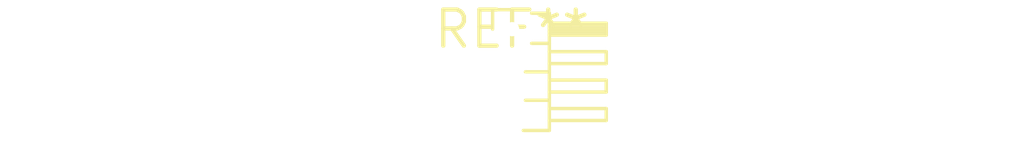
<source format=kicad_pcb>
(kicad_pcb (version 20240108) (generator pcbnew)
  (layers (0 "F.Cu" signal) (31 "B.Cu" signal) (34 "B.Paste" user) (35 "F.Paste" user) (36 "B.SilkS" user "B.Silkscreen") (37 "F.SilkS" user "F.Silkscreen") (38 "B.Mask" user) (39 "F.Mask" user) (44 "Edge.Cuts" user))
  (net 0 "")
  (footprint "PinHeader_1x04_P1.00mm_Horizontal" (layer "F.Cu") (at 0 0)
    (property "Reference" "REF**")
    (property "Value" "PinHeader_1x04_P1.00mm_Horizontal")
    (fp_line (start -0.685 -0.685) (end 0 -0.685) (layer "F.SilkS") (stroke (width 0.12)))
    (fp_line (start -0.685 0) (end -0.685 -0.685) (layer "F.SilkS") (stroke (width 0.12)))
    (fp_line (start 0.468215 1.5) (end 1.31 1.5) (layer "F.SilkS") (stroke (width 0.12)))
    (fp_line (start 0.468215 2.5) (end 1.31 2.5) (layer "F.SilkS") (stroke (width 0.12)))
    (fp_line (start 0.685 -0.56) (end 1.31 -0.56) (layer "F.SilkS") (stroke (width 0.12)))
    (fp_line (start 0.685 0.5) (end 1.31 0.5) (layer "F.SilkS") (stroke (width 0.12)))
    (fp_line (start 1.31 -0.56) (end 1.31 3.56) (layer "F.SilkS") (stroke (width 0.12)))
    (fp_line (start 1.31 -0.21) (end 3.31 -0.21) (layer "F.SilkS") (stroke (width 0.12)))
    (fp_line (start 1.31 -0.15) (end 3.31 -0.15) (layer "F.SilkS") (stroke (width 0.12)))
    (fp_line (start 1.31 -0.03) (end 3.31 -0.03) (layer "F.SilkS") (stroke (width 0.12)))
    (fp_line (start 1.31 0.09) (end 3.31 0.09) (layer "F.SilkS") (stroke (width 0.12)))
    (fp_line (start 1.31 0.79) (end 3.31 0.79) (layer "F.SilkS") (stroke (width 0.12)))
    (fp_line (start 1.31 1.79) (end 3.31 1.79) (layer "F.SilkS") (stroke (width 0.12)))
    (fp_line (start 1.31 2.79) (end 3.31 2.79) (layer "F.SilkS") (stroke (width 0.12)))
    (fp_line (start 1.31 3.56) (end 0.394493 3.56) (layer "F.SilkS") (stroke (width 0.12)))
    (fp_line (start 3.31 -0.21) (end 3.31 0.21) (layer "F.SilkS") (stroke (width 0.12)))
    (fp_line (start 3.31 0.21) (end 1.31 0.21) (layer "F.SilkS") (stroke (width 0.12)))
    (fp_line (start 3.31 0.79) (end 3.31 1.21) (layer "F.SilkS") (stroke (width 0.12)))
    (fp_line (start 3.31 1.21) (end 1.31 1.21) (layer "F.SilkS") (stroke (width 0.12)))
    (fp_line (start 3.31 1.79) (end 3.31 2.21) (layer "F.SilkS") (stroke (width 0.12)))
    (fp_line (start 3.31 2.21) (end 1.31 2.21) (layer "F.SilkS") (stroke (width 0.12)))
    (fp_line (start 3.31 2.79) (end 3.31 3.21) (layer "F.SilkS") (stroke (width 0.12)))
    (fp_line (start 3.31 3.21) (end 1.31 3.21) (layer "F.SilkS") (stroke (width 0.12)))
    (pad "1" thru_hole rect (at 0 0) (size 0.85 0.85) (drill 0.5) (layers *.Cu *.Mask) (remove_unused_layers))
    (pad "2" thru_hole oval (at 0 1) (size 0.85 0.85) (drill 0.5) (layers *.Cu *.Mask) (remove_unused_layers))
    (pad "3" thru_hole oval (at 0 2) (size 0.85 0.85) (drill 0.5) (layers *.Cu *.Mask) (remove_unused_layers))
    (pad "4" thru_hole oval (at 0 3) (size 0.85 0.85) (drill 0.5) (layers *.Cu *.Mask) (remove_unused_layers))
  )
)
</source>
